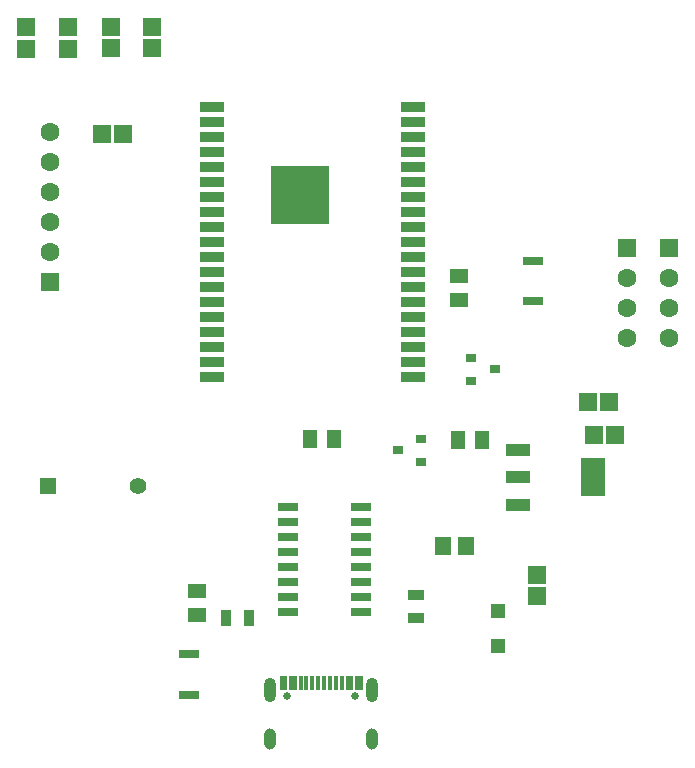
<source format=gbr>
%TF.GenerationSoftware,Altium Limited,Altium Designer,22.1.2 (22)*%
G04 Layer_Color=255*
%FSLAX45Y45*%
%MOMM*%
%TF.SameCoordinates,487542E7-F005-4C77-86B1-A0AEE8F943D7*%
%TF.FilePolarity,Positive*%
%TF.FileFunction,Pads,Top*%
%TF.Part,Single*%
G01*
G75*
%TA.AperFunction,SMDPad,CuDef*%
%ADD10R,2.00000X0.90000*%
%ADD11R,5.00000X5.00000*%
%ADD12R,1.80000X0.64000*%
G04:AMPARAMS|DCode=13|XSize=1mm|YSize=2.05mm|CornerRadius=0.05mm|HoleSize=0mm|Usage=FLASHONLY|Rotation=90.000|XOffset=0mm|YOffset=0mm|HoleType=Round|Shape=RoundedRectangle|*
%AMROUNDEDRECTD13*
21,1,1.00000,1.95000,0,0,90.0*
21,1,0.90000,2.05000,0,0,90.0*
1,1,0.10000,0.97500,0.45000*
1,1,0.10000,0.97500,-0.45000*
1,1,0.10000,-0.97500,-0.45000*
1,1,0.10000,-0.97500,0.45000*
%
%ADD13ROUNDEDRECTD13*%
G04:AMPARAMS|DCode=14|XSize=3.25mm|YSize=2.05mm|CornerRadius=0.05125mm|HoleSize=0mm|Usage=FLASHONLY|Rotation=90.000|XOffset=0mm|YOffset=0mm|HoleType=Round|Shape=RoundedRectangle|*
%AMROUNDEDRECTD14*
21,1,3.25000,1.94750,0,0,90.0*
21,1,3.14750,2.05000,0,0,90.0*
1,1,0.10250,0.97375,1.57375*
1,1,0.10250,0.97375,-1.57375*
1,1,0.10250,-0.97375,-1.57375*
1,1,0.10250,-0.97375,1.57375*
%
%ADD14ROUNDEDRECTD14*%
%ADD15R,1.55000X1.50000*%
%ADD16R,1.25000X1.55000*%
%ADD17R,0.90000X0.80000*%
%ADD18R,1.70000X0.80000*%
%ADD19R,1.50000X1.55000*%
%ADD20R,1.45000X0.95000*%
%TA.AperFunction,ConnectorPad*%
%ADD21R,0.30000X1.15000*%
%TA.AperFunction,SMDPad,CuDef*%
%ADD22R,1.55000X1.55000*%
%ADD23R,1.22000X1.25000*%
%ADD24R,0.95000X1.45000*%
%ADD25R,1.40000X1.55000*%
%ADD26R,1.55000X1.25000*%
%TA.AperFunction,ComponentPad*%
%ADD30R,1.40000X1.40000*%
%ADD31C,1.40000*%
%ADD32C,1.60000*%
%ADD33R,1.60000X1.60000*%
%ADD34C,0.65000*%
G04:AMPARAMS|DCode=35|XSize=1mm|YSize=1.8mm|CornerRadius=0.5mm|HoleSize=0mm|Usage=FLASHONLY|Rotation=0.000|XOffset=0mm|YOffset=0mm|HoleType=Round|Shape=RoundedRectangle|*
%AMROUNDEDRECTD35*
21,1,1.00000,0.80000,0,0,0.0*
21,1,0.00000,1.80000,0,0,0.0*
1,1,1.00000,0.00000,-0.40000*
1,1,1.00000,0.00000,-0.40000*
1,1,1.00000,0.00000,0.40000*
1,1,1.00000,0.00000,0.40000*
%
%ADD35ROUNDEDRECTD35*%
G04:AMPARAMS|DCode=36|XSize=1mm|YSize=2.1mm|CornerRadius=0.5mm|HoleSize=0mm|Usage=FLASHONLY|Rotation=0.000|XOffset=0mm|YOffset=0mm|HoleType=Round|Shape=RoundedRectangle|*
%AMROUNDEDRECTD36*
21,1,1.00000,1.10000,0,0,0.0*
21,1,0.00000,2.10000,0,0,0.0*
1,1,1.00000,0.00000,-0.55000*
1,1,1.00000,0.00000,-0.55000*
1,1,1.00000,0.00000,0.55000*
1,1,1.00000,0.00000,0.55000*
%
%ADD36ROUNDEDRECTD36*%
D10*
X8775700Y8166100D02*
D03*
Y8039100D02*
D03*
Y7912100D02*
D03*
Y7785100D02*
D03*
Y7658100D02*
D03*
Y7531100D02*
D03*
Y7404100D02*
D03*
Y7277100D02*
D03*
Y7150100D02*
D03*
Y7023100D02*
D03*
Y6896100D02*
D03*
Y6769100D02*
D03*
Y6642100D02*
D03*
Y6515100D02*
D03*
Y6388100D02*
D03*
Y6261100D02*
D03*
Y6134100D02*
D03*
Y6007100D02*
D03*
Y5880100D02*
D03*
X10475700D02*
D03*
Y6007100D02*
D03*
Y6134100D02*
D03*
Y6261100D02*
D03*
Y6388100D02*
D03*
Y6515100D02*
D03*
Y6642100D02*
D03*
Y6769100D02*
D03*
Y6896100D02*
D03*
Y7023100D02*
D03*
Y7150100D02*
D03*
Y7277100D02*
D03*
Y7404100D02*
D03*
Y7531100D02*
D03*
Y7658100D02*
D03*
Y7785100D02*
D03*
Y7912100D02*
D03*
Y8039100D02*
D03*
Y8166100D02*
D03*
D11*
X9525700Y7416100D02*
D03*
D12*
X10038700Y4775200D02*
D03*
Y4648200D02*
D03*
Y4521200D02*
D03*
Y4394200D02*
D03*
Y4267200D02*
D03*
Y4140200D02*
D03*
Y4013200D02*
D03*
Y3886200D02*
D03*
X9417700D02*
D03*
Y4013200D02*
D03*
Y4140200D02*
D03*
Y4267200D02*
D03*
Y4394200D02*
D03*
Y4521200D02*
D03*
Y4648200D02*
D03*
Y4775200D02*
D03*
D13*
X11366500Y5259200D02*
D03*
Y5029200D02*
D03*
Y4799200D02*
D03*
D14*
X12001500Y5029200D02*
D03*
D15*
X7924800Y8660300D02*
D03*
Y8840300D02*
D03*
X8267700D02*
D03*
Y8660300D02*
D03*
X11531600Y4024800D02*
D03*
Y4204800D02*
D03*
D16*
X11062600Y5346700D02*
D03*
X10857600D02*
D03*
X9605480Y5355620D02*
D03*
X9810480D02*
D03*
D17*
X10350500Y5257800D02*
D03*
X10550500Y5352800D02*
D03*
Y5162800D02*
D03*
X10974400Y6038600D02*
D03*
Y5848600D02*
D03*
X11174400Y5943600D02*
D03*
D18*
X11493500Y6522900D02*
D03*
Y6862900D02*
D03*
X8585200Y3190600D02*
D03*
Y3530600D02*
D03*
D19*
X12193100Y5384800D02*
D03*
X12013100D02*
D03*
X12143400Y5664200D02*
D03*
X11963400D02*
D03*
X8026400Y7937500D02*
D03*
X7846400D02*
D03*
D20*
X10502900Y4034500D02*
D03*
Y3839500D02*
D03*
D21*
X10037800Y3288000D02*
D03*
X9957800D02*
D03*
X9477800D02*
D03*
X9397800D02*
D03*
X9367800D02*
D03*
X9447800D02*
D03*
X9527800D02*
D03*
X9577800D02*
D03*
X9627800D02*
D03*
X9677800D02*
D03*
X9727800D02*
D03*
X9777800D02*
D03*
X9827800D02*
D03*
X9877800D02*
D03*
X9927800D02*
D03*
X10007800D02*
D03*
D22*
X7556500Y8839200D02*
D03*
Y8654200D02*
D03*
X7200900Y8842800D02*
D03*
Y8657800D02*
D03*
D23*
X11201400Y3894000D02*
D03*
Y3599000D02*
D03*
D24*
X9093200Y3835400D02*
D03*
X8898200D02*
D03*
D25*
X10738100Y4445000D02*
D03*
X10928100D02*
D03*
D26*
X10871200Y6526900D02*
D03*
Y6731900D02*
D03*
X8648700Y3859900D02*
D03*
Y4064900D02*
D03*
D30*
X7392400Y4953000D02*
D03*
D31*
X8152400D02*
D03*
D32*
X12649200Y6210300D02*
D03*
Y6464300D02*
D03*
Y6718300D02*
D03*
X7404100Y7442200D02*
D03*
Y6934200D02*
D03*
Y7188200D02*
D03*
Y7696200D02*
D03*
Y7950200D02*
D03*
X12293600Y6210300D02*
D03*
Y6464300D02*
D03*
Y6718300D02*
D03*
D33*
X12649200Y6972300D02*
D03*
X7404100Y6680200D02*
D03*
X12293600Y6972300D02*
D03*
D34*
X9413800Y3181500D02*
D03*
X9991800D02*
D03*
D35*
X10134800Y2813500D02*
D03*
X9270800D02*
D03*
D36*
X10134800Y3231500D02*
D03*
X9270800D02*
D03*
%TF.MD5,a4a205ecb0b248e62f1ee37147658523*%
M02*

</source>
